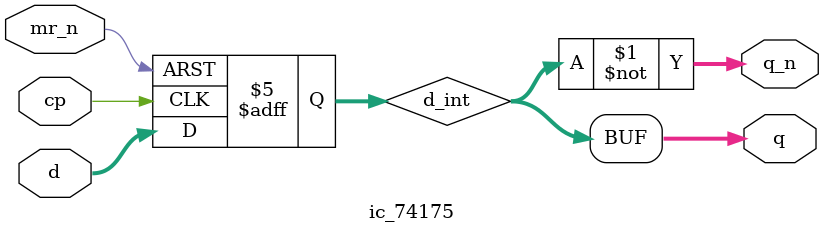
<source format=v>
`timescale 1ns / 1ps


module ic_74175(
    input cp,
    input [3:0] d,
    output [3:0] q,
    output [3:0] q_n,
    input mr_n
    );
    
    reg [3:0] d_int;
    
    assign q_n = ~d_int;
    assign q = d_int;
    
    always @ (posedge cp, negedge mr_n) begin
        if (! mr_n)
            d_int <= 4'b0000;
        else
            d_int <= d;
            
    end

    initial begin
        d_int <= 4'b0000;
    end
    
endmodule

</source>
